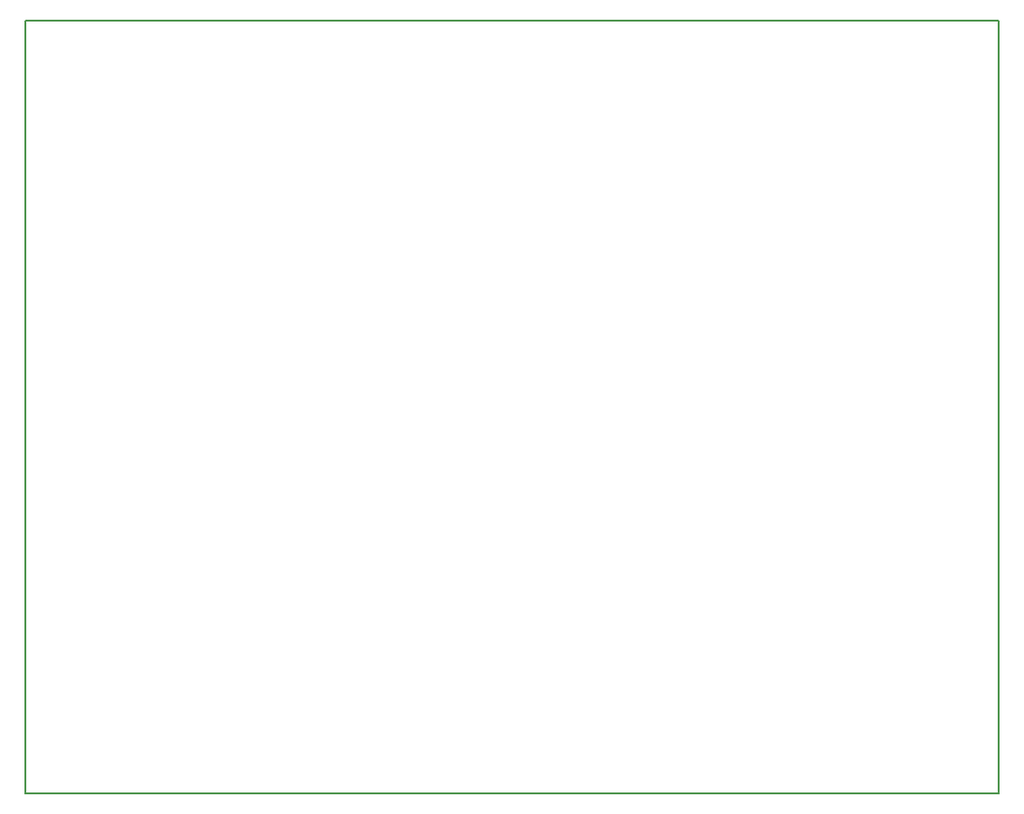
<source format=gm1>
G04 MADE WITH FRITZING*
G04 WWW.FRITZING.ORG*
G04 DOUBLE SIDED*
G04 HOLES PLATED*
G04 CONTOUR ON CENTER OF CONTOUR VECTOR*
%ASAXBY*%
%FSLAX23Y23*%
%MOIN*%
%OFA0B0*%
%SFA1.0B1.0*%
%ADD10R,3.464570X2.755910*%
%ADD11C,0.008000*%
%ADD10C,0.008*%
%LNCONTOUR*%
G90*
G70*
G54D10*
G54D11*
X4Y2752D02*
X3461Y2752D01*
X3461Y4D01*
X4Y4D01*
X4Y2752D01*
D02*
G04 End of contour*
M02*
</source>
